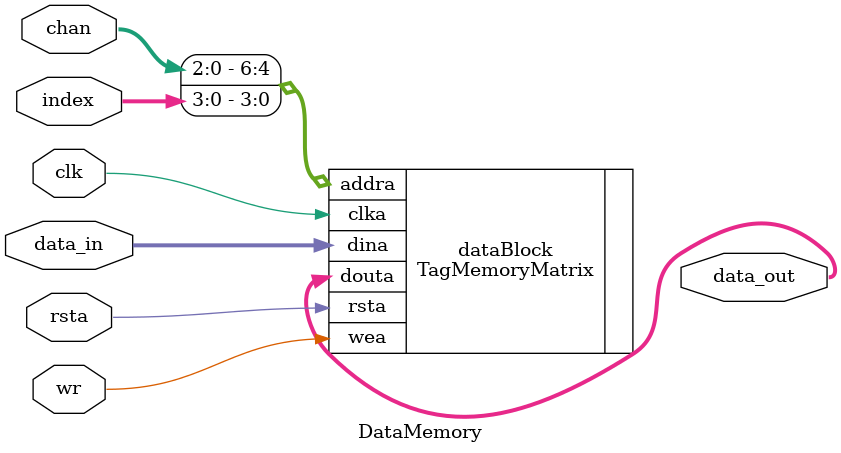
<source format=v>
`timescale 1ns / 1ps

module DataMemory(
	index,
	chan,
	data_in,
	wr,
	data_out,
	clk,
	rsta
);

parameter INDEX_WIDTH = 4;
parameter CHAN_WIDTH = 3;
parameter DATA_WIDTH = 128;

input wire [INDEX_WIDTH-1:0] index;
input wire [CHAN_WIDTH-1:0] chan;
input wire [DATA_WIDTH-1:0] data_in;
input wire wr;
input wire clk;
input wire rsta;

output wire [DATA_WIDTH-1:0] data_out;

TagMemoryMatrix dataBlock(
	.clka(clk), // input clka
	.rsta(rsta), // input rsta
	.wea(wr), // input [0 : 0] wea
	.addra( {chan,index} ), // input [6 : 0] addra
	.dina(data_in), // input [127 : 0] dina
	.douta(data_out) // output [127 : 0] douta
);

endmodule

</source>
